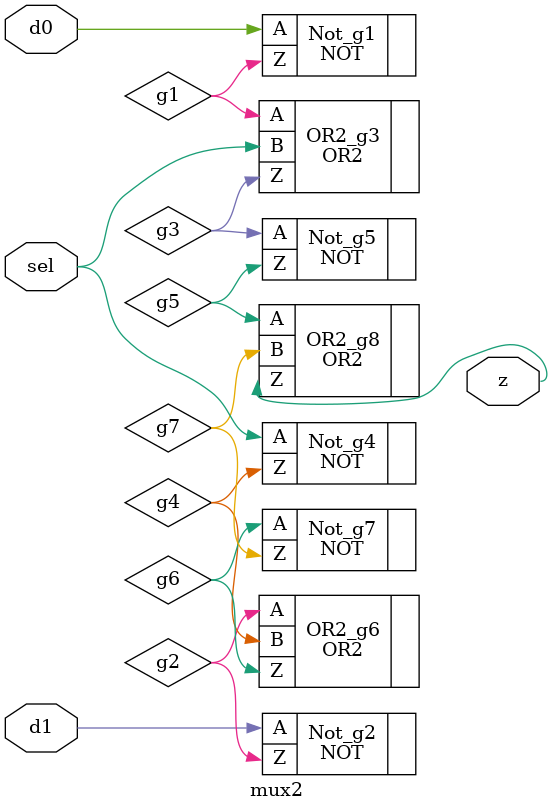
<source format=sv>
module mux2 (
    input logic d0,          // Data input 0
    input logic d1,          // Data input 1
    input logic sel,         // Select input
    output logic z           // Output
);

// Put your code here
// ------------------

logic g1;
logic g2;
logic g3;
logic g4;
logic g5;
logic g6;
logic g7;

NOT #(.Tpdhl(5),.Tpdlh(1)) 
Not_g1(.A(d0),.Z(g1));

NOT #(.Tpdhl(5),.Tpdlh(1)) 
Not_g2(.A(d1),.Z(g2));

OR2 #(.Tpdhl(7),.Tpdlh(10)) 
OR2_g3(.Z(g3),.A(g1),.B(sel));

NOT #(.Tpdhl(5),.Tpdlh(1)) 
Not_g4(.A(sel),.Z(g4));

NOT #(.Tpdhl(5),.Tpdlh(1)) 
Not_g5(.A(g3),.Z(g5));

OR2 #(.Tpdhl(7),.Tpdlh(10)) 
OR2_g6(.Z(g6),.A(g2),.B(g4));

NOT #(.Tpdhl(5),.Tpdlh(1)) 
Not_g7(.A(g6),.Z(g7));

OR2 #(.Tpdhl(7),.Tpdlh(10)) 
OR2_g8(.Z(z),.A(g5),.B(g7));


// End of your code

endmodule

</source>
